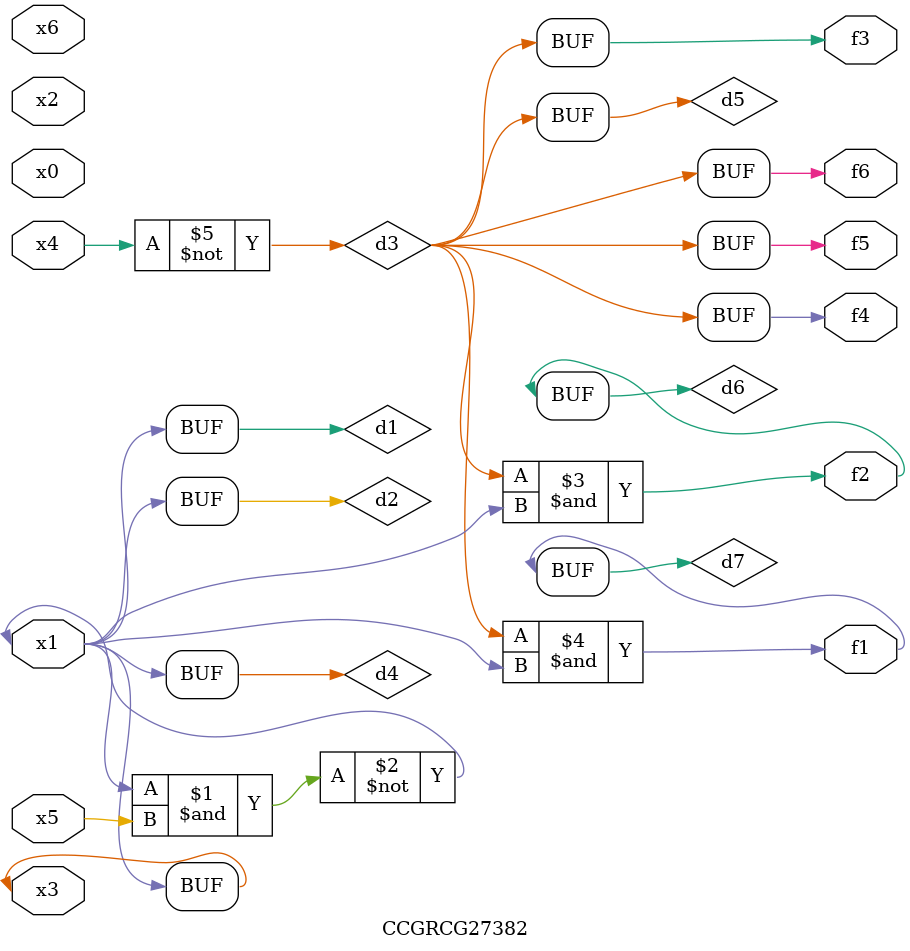
<source format=v>
module CCGRCG27382(
	input x0, x1, x2, x3, x4, x5, x6,
	output f1, f2, f3, f4, f5, f6
);

	wire d1, d2, d3, d4, d5, d6, d7;

	buf (d1, x1, x3);
	nand (d2, x1, x5);
	not (d3, x4);
	buf (d4, d1, d2);
	buf (d5, d3);
	and (d6, d3, d4);
	and (d7, d3, d4);
	assign f1 = d7;
	assign f2 = d6;
	assign f3 = d5;
	assign f4 = d5;
	assign f5 = d5;
	assign f6 = d5;
endmodule

</source>
